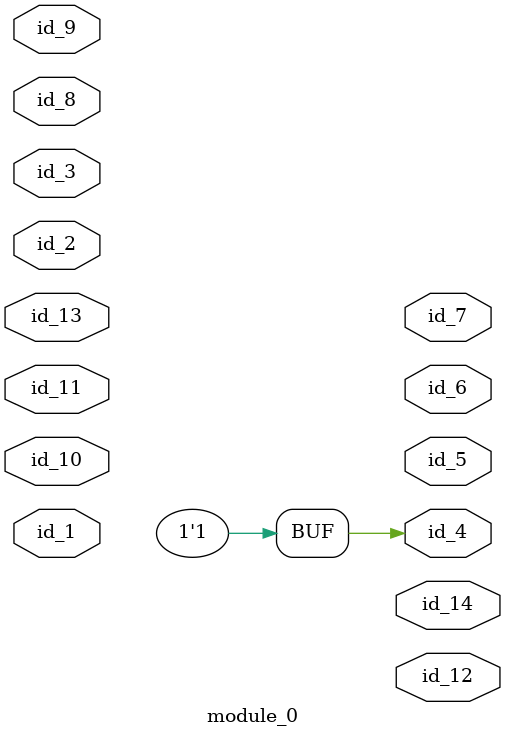
<source format=v>
module module_0 (
    id_1,
    id_2,
    id_3,
    id_4,
    id_5,
    id_6,
    id_7,
    id_8,
    id_9,
    id_10,
    id_11,
    id_12,
    id_13,
    id_14
);
  output id_14;
  inout id_13;
  output id_12;
  input id_11;
  inout id_10;
  inout id_9;
  inout id_8;
  output id_7;
  output id_6;
  output id_5;
  output id_4;
  inout id_3;
  input id_2;
  inout id_1;
  assign id_4 = 1;
endmodule

</source>
